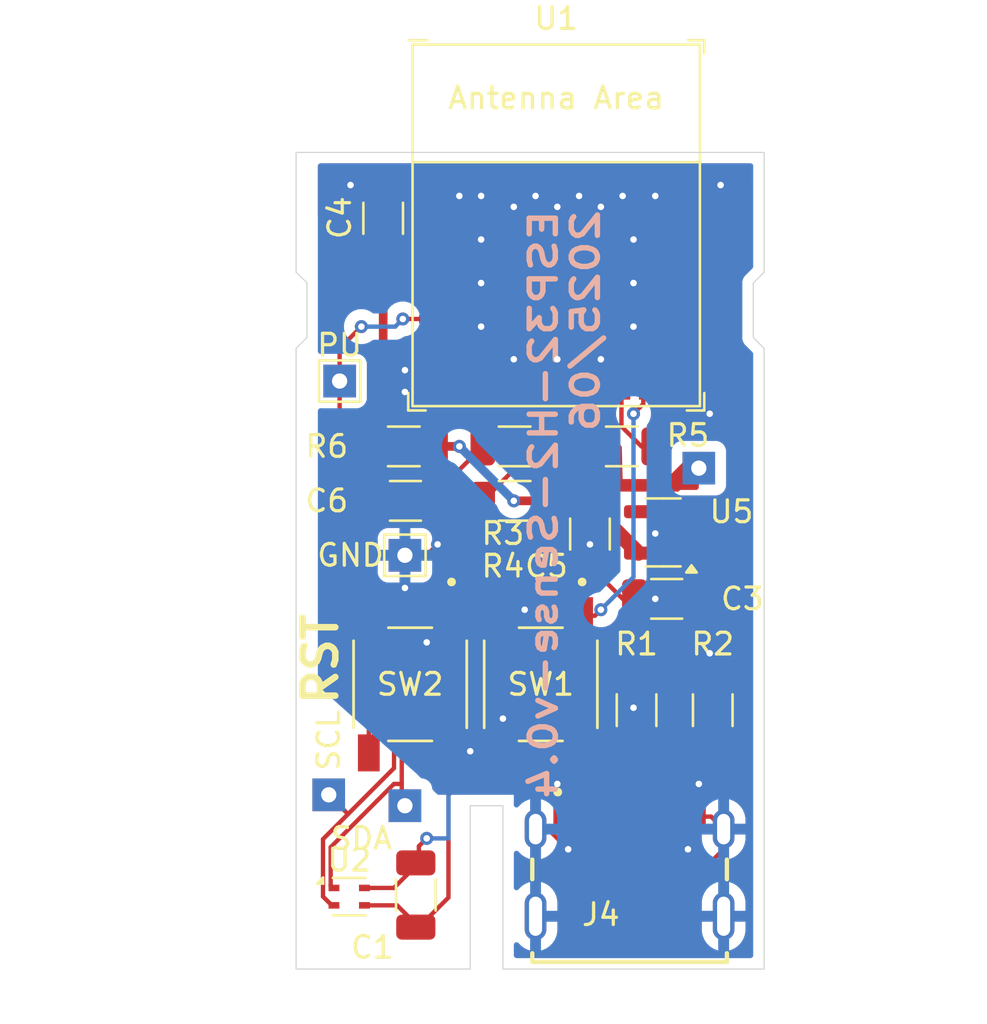
<source format=kicad_pcb>
(kicad_pcb (version 20241229) (generator "pcbnew") (generator_version "9.0")
  (layers (0 "F.Cu" signal) (2 "B.Cu" signal) (13 "F.Paste" user) (15 "B.Paste" user) (5 "F.SilkS" user "F.Silkscreen") (7 "B.SilkS" user "B.Silkscreen") (1 "F.Mask" user) (3 "B.Mask" user) (25 "Edge.Cuts" user))
  (net 0 "")
  (net 1 "GND")
  (net 2 "+3.3V")
  (net 3 "+5V")
  (net 4 "/USB_D+")
  (net 5 "/USB_D-")
  (net 8 "/SCL")
  (net 9 "/SDA")
  (net 30 "/CHIP_PU")
  (net 31 "/BOOT_MODE_PD")
  (net 32 "/BOOT_MODE_SEL")
  (net 37 "/USBC2.0/USBC_CC2")
  (net 38 "/USBC2.0/USBC_CC1")
  (footprint "Library:SW_TS18-5-17-SL-260-SMT-TR" (layer "F.Cu") (at 112.24 112.425 -90)
    (property "Reference" "SW1" (at 0 0 180) (layer "F.SilkS"))
    (property "Value" "SW_SPST")
    (fp_line (start -2 2.6) (end 2 2.6) (stroke (width 0.127)) (layer "F.SilkS"))
    (fp_line (start -2.6 -1) (end -2.6 1) (stroke (width 0.127)) (layer "F.SilkS"))
    (fp_line (start 2.6 -1) (end 2.6 1) (stroke (width 0.127)) (layer "F.SilkS"))
    (fp_line (start -2 -2.6) (end 2 -2.6) (stroke (width 0.127)) (layer "F.SilkS"))
    (fp_circle (center -4.7 -1.9) (end -4.6 -1.9) (stroke (width 0.2)) (fill no) (layer "F.SilkS"))
    (pad "1" smd rect (at -3.15 -1.9 270) (size 1.7 1) (layers "F.Cu" "F.Mask" "F.Paste") (net 31 "/BOOT_MODE_PD"))
    (pad "1" smd rect (at 3.15 -1.9 270) (size 1.7 1) (layers "F.Cu" "F.Mask" "F.Paste") (net 31 "/BOOT_MODE_PD"))
    (pad "2" smd rect (at -3.15 1.9 270) (size 1.7 1) (layers "F.Cu" "F.Mask" "F.Paste") (net 1 "GND"))
    (pad "2" smd rect (at 3.15 1.9 270) (size 1.7 1) (layers "F.Cu" "F.Mask" "F.Paste") (net 1 "GND"))
  )
  (footprint "TestPoint:TestPoint_THTPad_1.5x1.5mm_Drill0.7mm" (layer "F.Cu") (at 106 106.5)
    (property "Reference" "GND" (at -2.5 0 0) (layer "F.SilkS"))
    (property "Value" "TestPoint_THTPad_1.5x1.5mm_Drill0.7mm")
    (fp_line (start -0.95 -0.95) (end 0.95 -0.95) (stroke (width 0.12)) (layer "F.SilkS"))
    (fp_line (start -0.95 0.95) (end -0.95 -0.95) (stroke (width 0.12)) (layer "F.SilkS"))
    (fp_line (start 0.95 -0.95) (end 0.95 0.95) (stroke (width 0.12)) (layer "F.SilkS"))
    (fp_line (start 0.95 0.95) (end -0.95 0.95) (stroke (width 0.12)) (layer "F.SilkS"))
    (pad "1" thru_hole rect (at 0 0) (size 1.5 1.5) (drill 0.7) (layers "*.Cu" "*.Mask") (net 1 "GND"))
  )
  (footprint "PCM_Espressif:ESP32-H2-MINI-1" (layer "F.Cu") (at 112.95 91.35)
    (property "Reference" "U1" (at 0 -9.5 0) (layer "F.SilkS"))
    (property "Value" "ESP32-H2-MINI-1")
    (fp_line (start -6.8 7.7) (end -6.8 8.5) (stroke (width 0.12)) (layer "F.SilkS"))
    (fp_line (start -6.8 8.5) (end -6 8.5) (stroke (width 0.12)) (layer "F.SilkS"))
    (fp_line (start -6.6 -8.3) (end 6.6 -8.3) (stroke (width 0.12)) (layer "F.SilkS"))
    (fp_line (start -6.6 -2.9) (end 6.6 -2.9) (stroke (width 0.12)) (layer "F.SilkS"))
    (fp_line (start -6.6 8.3) (end -6.6 -8.3) (stroke (width 0.12)) (layer "F.SilkS"))
    (fp_line (start -5.925 -8.5) (end -6.775 -8.5) (stroke (width 0.12)) (layer "F.SilkS"))
    (fp_line (start 6.05 -8.5) (end 6.8 -8.5) (stroke (width 0.12)) (layer "F.SilkS"))
    (fp_line (start 6.6 -8.3) (end 6.6 8.3) (stroke (width 0.12)) (layer "F.SilkS"))
    (fp_line (start 6.6 8.3) (end -6.6 8.3) (stroke (width 0.12)) (layer "F.SilkS"))
    (fp_line (start 6.8 -8.5) (end 6.8 -7.9) (stroke (width 0.12)) (layer "F.SilkS"))
    (fp_line (start 6.8 7.7) (end 6.8 8.5) (stroke (width 0.12)) (layer "F.SilkS"))
    (fp_line (start 6.8 8.5) (end 6 8.5) (stroke (width 0.12)) (layer "F.SilkS"))
    (fp_text user "Antenna Area" (at 0 -5.85 0) (layer "F.SilkS"))
    (pad "1" smd rect (at -5.9 -1.3 90) (size 0.4 0.8) (layers "F.Cu" "F.Mask" "F.Paste") (net 1 "GND"))
    (pad "2" smd rect (at -5.9 -0.5 90) (size 0.4 0.8) (layers "F.Cu" "F.Mask" "F.Paste") (net 1 "GND"))
    (pad "3" smd rect (at -5.9 0.3 90) (size 0.4 0.8) (layers "F.Cu" "F.Mask" "F.Paste") (net 2 "+3.3V"))
    (pad "4" smd rect (at -5.9 1.1 90) (size 0.4 0.8) (layers "F.Cu" "F.Mask" "F.Paste"))
    (pad "5" smd rect (at -5.9 1.9 90) (size 0.4 0.8) (layers "F.Cu" "F.Mask" "F.Paste"))
    (pad "6" smd rect (at -5.9 2.7 90) (size 0.4 0.8) (layers "F.Cu" "F.Mask" "F.Paste"))
    (pad "7" smd rect (at -5.9 3.5 90) (size 0.4 0.8) (layers "F.Cu" "F.Mask" "F.Paste"))
    (pad "8" smd rect (at -5.9 4.3 90) (size 0.4 0.8) (layers "F.Cu" "F.Mask" "F.Paste") (net 30 "/CHIP_PU"))
    (pad "9" smd rect (at -5.9 5.1 90) (size 0.4 0.8) (layers "F.Cu" "F.Mask" "F.Paste"))
    (pad "10" smd rect (at -5.9 5.9 90) (size 0.4 0.8) (layers "F.Cu" "F.Mask" "F.Paste"))
    (pad "11" smd rect (at -5.9 6.7 90) (size 0.4 0.8) (layers "F.Cu" "F.Mask" "F.Paste") (net 1 "GND"))
    (pad "12" smd rect (at -4.8 7.6) (size 0.4 0.8) (layers "F.Cu" "F.Mask" "F.Paste"))
    (pad "13" smd rect (at -4 7.6) (size 0.4 0.8) (layers "F.Cu" "F.Mask" "F.Paste"))
    (pad "14" smd rect (at -3.2 7.6) (size 0.4 0.8) (layers "F.Cu" "F.Mask" "F.Paste") (net 1 "GND"))
    (pad "15" smd rect (at -2.4 7.6) (size 0.4 0.8) (layers "F.Cu" "F.Mask" "F.Paste"))
    (pad "16" smd rect (at -1.6 7.6) (size 0.4 0.8) (layers "F.Cu" "F.Mask" "F.Paste"))
    (pad "17" smd rect (at -0.8 7.6) (size 0.4 0.8) (layers "F.Cu" "F.Mask" "F.Paste"))
    (pad "18" smd rect (at 0 7.6) (size 0.4 0.8) (layers "F.Cu" "F.Mask" "F.Paste") (net 8 "/SCL"))
    (pad "19" smd rect (at 0.8 7.6) (size 0.4 0.8) (layers "F.Cu" "F.Mask" "F.Paste") (net 9 "/SDA"))
    (pad "20" smd rect (at 1.6 7.6) (size 0.4 0.8) (layers "F.Cu" "F.Mask" "F.Paste"))
    (pad "21" smd rect (at 2.4 7.6) (size 0.4 0.8) (layers "F.Cu" "F.Mask" "F.Paste"))
    (pad "22" smd rect (at 3.2 7.6) (size 0.4 0.8) (layers "F.Cu" "F.Mask" "F.Paste") (net 32 "/BOOT_MODE_SEL"))
    (pad "23" smd rect (at 4 7.6) (size 0.4 0.8) (layers "F.Cu" "F.Mask" "F.Paste") (net 31 "/BOOT_MODE_PD"))
    (pad "24" smd rect (at 4.8 7.6) (size 0.4 0.8) (layers "F.Cu" "F.Mask" "F.Paste"))
    (pad "25" smd rect (at 5.9 6.7 90) (size 0.4 0.8) (layers "F.Cu" "F.Mask" "F.Paste"))
    (pad "26" smd rect (at 5.9 5.9 90) (size 0.4 0.8) (layers "F.Cu" "F.Mask" "F.Paste") (net 5 "/USB_D-"))
    (pad "27" smd rect (at 5.9 5.1 90) (size 0.4 0.8) (layers "F.Cu" "F.Mask" "F.Paste") (net 4 "/USB_D+"))
    (pad "28" smd rect (at 5.9 4.3 90) (size 0.4 0.8) (layers "F.Cu" "F.Mask" "F.Paste"))
    (pad "29" smd rect (at 5.9 3.5 90) (size 0.4 0.8) (layers "F.Cu" "F.Mask" "F.Paste"))
    (pad "30" smd rect (at 5.9 2.7 90) (size 0.4 0.8) (layers "F.Cu" "F.Mask" "F.Paste"))
    (pad "31" smd rect (at 5.9 1.9 90) (size 0.4 0.8) (layers "F.Cu" "F.Mask" "F.Paste"))
    (pad "32" smd rect (at 5.9 1.1 90) (size 0.4 0.8) (layers "F.Cu" "F.Mask" "F.Paste"))
    (pad "33" smd rect (at 5.9 0.3 90) (size 0.4 0.8) (layers "F.Cu" "F.Mask" "F.Paste"))
    (pad "34" smd rect (at 5.9 -0.5 90) (size 0.4 0.8) (layers "F.Cu" "F.Mask" "F.Paste"))
    (pad "35" smd rect (at 5.9 -1.3 90) (size 0.4 0.8) (layers "F.Cu" "F.Mask" "F.Paste"))
    (pad "36" smd rect (at 4.8 -2.2) (size 0.4 0.8) (layers "F.Cu" "F.Mask" "F.Paste") (net 1 "GND"))
    (pad "37" smd rect (at 4 -2.2) (size 0.4 0.8) (layers "F.Cu" "F.Mask" "F.Paste") (net 1 "GND"))
    (pad "38" smd rect (at 3.2 -2.2) (size 0.4 0.8) (layers "F.Cu" "F.Mask" "F.Paste") (net 1 "GND"))
    (pad "39" smd rect (at 2.4 -2.2) (size 0.4 0.8) (layers "F.Cu" "F.Mask" "F.Paste") (net 1 "GND"))
    (pad "40" smd rect (at 1.6 -2.2) (size 0.4 0.8) (layers "F.Cu" "F.Mask" "F.Paste") (net 1 "GND"))
    (pad "41" smd rect (at 0.8 -2.2) (size 0.4 0.8) (layers "F.Cu" "F.Mask" "F.Paste") (net 1 "GND"))
    (pad "42" smd rect (at 0 -2.2) (size 0.4 0.8) (layers "F.Cu" "F.Mask" "F.Paste") (net 1 "GND"))
    (pad "43" smd rect (at -0.8 -2.2) (size 0.4 0.8) (layers "F.Cu" "F.Mask" "F.Paste") (net 1 "GND"))
    (pad "44" smd rect (at -1.6 -2.2) (size 0.4 0.8) (layers "F.Cu" "F.Mask" "F.Paste") (net 1 "GND"))
    (pad "45" smd rect (at -2.4 -2.2) (size 0.4 0.8) (layers "F.Cu" "F.Mask" "F.Paste") (net 1 "GND"))
    (pad "46" smd rect (at -3.2 -2.2) (size 0.4 0.8) (layers "F.Cu" "F.Mask" "F.Paste") (net 1 "GND"))
    (pad "47" smd rect (at -4 -2.2) (size 0.4 0.8) (layers "F.Cu" "F.Mask" "F.Paste") (net 1 "GND"))
    (pad "48" smd rect (at -4.8 -2.2) (size 0.4 0.8) (layers "F.Cu" "F.Mask" "F.Paste") (net 1 "GND"))
    (pad "49" smd custom (at -1.975 0.725) (size 0.8 0.8) (layers "F.Cu" "F.Mask" "F.Paste") (net 1 "GND") (options (clearance outline) (anchor rect)) (primitives (gr_poly (pts (xy 0.725 0.725) (xy -0.725 0.725) (xy -0.725 -0.125) (xy -0.125 -0.725) (xy 0.725 -0.725)) (width 0) (fill yes))))
    (pad "49" smd rect (at -1.975 2.7 90) (size 1.45 1.45) (layers "F.Cu" "F.Mask" "F.Paste") (net 1 "GND"))
    (pad "49" smd rect (at -1.975 4.675 90) (size 1.45 1.45) (layers "F.Cu" "F.Mask" "F.Paste") (net 1 "GND"))
    (pad "49" smd rect (at 0 0.725 90) (size 1.45 1.45) (layers "F.Cu" "F.Mask" "F.Paste") (net 1 "GND"))
    (pad "49" smd rect (at 0 2.7 90) (size 1.45 1.45) (layers "F.Cu" "F.Mask" "F.Paste") (net 1 "GND"))
    (pad "49" smd rect (at 0 4.675 90) (size 1.45 1.45) (layers "F.Cu" "F.Mask" "F.Paste") (net 1 "GND"))
    (pad "49" smd rect (at 1.975 0.725 90) (size 1.45 1.45) (layers "F.Cu" "F.Mask" "F.Paste") (net 1 "GND"))
    (pad "49" smd rect (at 1.975 2.7 90) (size 1.45 1.45) (layers "F.Cu" "F.Mask" "F.Paste") (net 1 "GND"))
    (pad "49" smd rect (at 1.975 4.675 90) (size 1.45 1.45) (layers "F.Cu" "F.Mask" "F.Paste") (net 1 "GND"))
    (pad "50" smd rect (at 5.95 -2.25 90) (size 0.7 0.7) (layers "F.Cu" "F.Mask" "F.Paste") (net 1 "GND"))
    (pad "51" smd rect (at 5.95 7.65 90) (size 0.7 0.7) (layers "F.Cu" "F.Mask" "F.Paste") (net 1 "GND"))
    (pad "52" smd rect (at -5.95 7.65 90) (size 0.7 0.7) (layers "F.Cu" "F.Mask" "F.Paste") (net 1 "GND"))
    (pad "53" smd rect (at -5.95 -2.25 90) (size 0.7 0.7) (layers "F.Cu" "F.Mask" "F.Paste") (net 1 "GND"))
    (zone (net 0) (net_name "") (layers "F.Cu" "B.Cu") (name "antenna keepout") (connect_pads (clearance 0)) (min_thickness 0.254)
      (keepout (tracks not_allowed) (vias not_allowed) (pads not_allowed) (copperpour not_allowed) (footprints not_allowed))
      (fill (thermal_gap 0.508) (thermal_bridge_width 0.508))
      (polygon (pts (xy 119.55 88.45) (xy 106.35 88.45) (xy 106.35 83.05) (xy 119.55 83.05)))
    )
  )
  (footprint "Resistor_SMD:R_1206_3216Metric" (layer "F.Cu") (at 111.0375 104)
    (property "Reference" "R4" (at -0.5375 3 0) (layer "F.SilkS"))
    (property "Value" "R")
    (fp_line (start -0.727064 -0.91) (end 0.727064 -0.91) (stroke (width 0.12)) (layer "F.SilkS"))
    (fp_line (start -0.727064 0.91) (end 0.727064 0.91) (stroke (width 0.12)) (layer "F.SilkS"))
    (pad "1" smd roundrect (at -1.4625 0) (size 1.125 1.75) (layers "F.Cu" "F.Mask" "F.Paste") (roundrect_rratio 0.222222) (net 9 "/SDA"))
    (pad "2" smd roundrect (at 1.4625 0) (size 1.125 1.75) (layers "F.Cu" "F.Mask" "F.Paste") (roundrect_rratio 0.222222) (net 2 "+3.3V"))
  )
  (footprint "Sensor_Humidity:Sensirion_DFN-4_1.5x1.5mm_P0.8mm_SHT4x_NoCentralPad" (layer "F.Cu") (at 103.44 122.175)
    (property "Reference" "U2" (at 0 -1.675 0) (layer "F.SilkS"))
    (property "Value" "SHT4x")
    (fp_line (start -0.75 -0.86) (end 0.75 -0.86) (stroke (width 0.12)) (layer "F.SilkS"))
    (fp_line (start -0.75 0.86) (end 0.75 0.86) (stroke (width 0.12)) (layer "F.SilkS"))
    (fp_poly (pts (xy -1.2 -0.6) (xy -1.48 -0.6) (xy -1.2 -0.88) (xy -1.2 -0.6)) (stroke (width 0.12)) (fill yes) (layer "F.SilkS"))
    (pad "1" smd rect (at -0.7 -0.4) (size 0.5 0.3) (layers "F.Cu" "F.Mask" "F.Paste") (net 9 "/SDA"))
    (pad "2" smd rect (at -0.7 0.4) (size 0.5 0.3) (layers "F.Cu" "F.Mask" "F.Paste") (net 8 "/SCL"))
    (pad "3" smd rect (at 0.7 0.4) (size 0.5 0.3) (layers "F.Cu" "F.Mask" "F.Paste") (net 2 "+3.3V"))
    (pad "4" smd rect (at 0.7 -0.4) (size 0.5 0.3) (layers "F.Cu" "F.Mask" "F.Paste") (net 1 "GND"))
    (zone (net 0) (net_name "") (layer "F.Cu") (connect_pads (clearance 0)) (min_thickness 0.254)
      (keepout (tracks not_allowed) (vias not_allowed) (pads allowed) (copperpour not_allowed) (footprints allowed))
      (fill (thermal_gap 0.508) (thermal_bridge_width 0.508))
      (polygon (pts (xy 104.19 121.625) (xy 103.89 121.625) (xy 103.89 121.925) (xy 104.19 121.925) (xy 104.19 122.425) (xy 103.89 122.425) (xy 103.89 122.725) (xy 104.19 122.725) (xy 104.19 122.925) (xy 102.69 122.925) (xy 102.69 122.725) (xy 102.99 122.725) (xy 102.99 122.425) (xy 102.69 122.425) (xy 102.69 121.925) (xy 102.99 121.925) (xy 102.99 121.625) (xy 102.69 121.625) (xy 102.69 121.425) (xy 104.19 121.425)))
    )
  )
  (footprint "Resistor_SMD:R_1206_3216Metric" (layer "F.Cu") (at 111.0375 101.5)
    (property "Reference" "R3" (at -0.5375 4 0) (layer "F.SilkS"))
    (property "Value" "R")
    (fp_line (start -0.727064 -0.91) (end 0.727064 -0.91) (stroke (width 0.12)) (layer "F.SilkS"))
    (fp_line (start -0.727064 0.91) (end 0.727064 0.91) (stroke (width 0.12)) (layer "F.SilkS"))
    (pad "1" smd roundrect (at -1.4625 0) (size 1.125 1.75) (layers "F.Cu" "F.Mask" "F.Paste") (roundrect_rratio 0.222222) (net 8 "/SCL"))
    (pad "2" smd roundrect (at 1.4625 0) (size 1.125 1.75) (layers "F.Cu" "F.Mask" "F.Paste") (roundrect_rratio 0.222222) (net 2 "+3.3V"))
  )
  (footprint "Connector:GCT_USB4215-03-A_REVA" (layer "F.Cu") (at 116.32 123.075)
    (property "Reference" "J4" (at -1.32 -0.075 0) (layer "F.SilkS"))
    (property "Value" "USB4215-03-A_REVA")
    (fp_line (start -4.47 -2.6) (end -4.47 -1.7) (stroke (width 0.2)) (layer "F.SilkS"))
    (fp_line (start -4.47 1.7) (end -4.47 2.1) (stroke (width 0.2)) (layer "F.SilkS"))
    (fp_line (start -4.47 2.1) (end 4.47 2.1) (stroke (width 0.2)) (layer "F.SilkS"))
    (fp_line (start 4.47 -2.6) (end 4.47 -1.7) (stroke (width 0.2)) (layer "F.SilkS"))
    (fp_line (start 4.47 2.1) (end 4.47 1.7) (stroke (width 0.2)) (layer "F.SilkS"))
    (fp_circle (center -3.3 -5.7) (end -3.2 -5.7) (stroke (width 0.2)) (fill no) (layer "F.SilkS"))
    (pad "A1_B12" smd rect (at -3.2 -4.575) (size 0.6 1.15) (layers "F.Cu" "F.Mask" "F.Paste") (net 1 "GND"))
    (pad "A4_B9" smd rect (at -2.4 -4.575) (size 0.6 1.15) (layers "F.Cu" "F.Mask" "F.Paste") (net 3 "+5V"))
    (pad "A5" smd rect (at -1.25 -4.575) (size 0.3 1.15) (layers "F.Cu" "F.Mask" "F.Paste") (net 38 "/USBC2.0/USBC_CC1"))
    (pad "A6" smd rect (at -0.25 -4.575) (size 0.3 1.15) (layers "F.Cu" "F.Mask" "F.Paste") (net 4 "/USB_D+"))
    (pad "A7" smd rect (at 0.25 -4.575) (size 0.3 1.15) (layers "F.Cu" "F.Mask" "F.Paste") (net 5 "/USB_D-"))
    (pad "A8" smd rect (at 1.25 -4.575) (size 0.3 1.15) (layers "F.Cu" "F.Mask" "F.Paste"))
    (pad "B1_A12" smd rect (at 3.2 -4.575) (size 0.6 1.15) (layers "F.Cu" "F.Mask" "F.Paste") (net 1 "GND"))
    (pad "B4_A9" smd rect (at 2.4 -4.575) (size 0.6 1.15) (layers "F.Cu" "F.Mask" "F.Paste") (net 3 "+5V"))
    (pad "B5" smd rect (at 1.75 -4.575) (size 0.3 1.15) (layers "F.Cu" "F.Mask" "F.Paste") (net 37 "/USBC2.0/USBC_CC2"))
    (pad "B6" smd rect (at 0.75 -4.575) (size 0.3 1.15) (layers "F.Cu" "F.Mask" "F.Paste") (net 4 "/USB_D+"))
    (pad "B7" smd rect (at -0.75 -4.575) (size 0.3 1.15) (layers "F.Cu" "F.Mask" "F.Paste") (net 5 "/USB_D-"))
    (pad "B8" smd rect (at -1.75 -4.575) (size 0.3 1.15) (layers "F.Cu" "F.Mask" "F.Paste"))
    (pad "SH1" thru_hole oval (at -4.32 -4) (size 1 1.8) (drill oval 0.6 1.4) (layers "*.Cu" "*.Mask") (net 1 "GND"))
    (pad "SH2" thru_hole oval (at 4.32 -4) (size 1 1.8) (drill oval 0.6 1.4) (layers "*.Cu" "*.Mask") (net 1 "GND"))
    (pad "SH3" thru_hole oval (at -4.32 0) (size 1 2.2) (drill oval 0.6 1.8) (layers "*.Cu" "*.Mask") (net 1 "GND"))
    (pad "SH4" thru_hole oval (at 4.32 0) (size 1 2.2) (drill oval 0.6 1.8) (layers "*.Cu" "*.Mask") (net 1 "GND"))
  )
  (footprint "Capacitor_SMD:C_1206_3216Metric" (layer "F.Cu") (at 105 91.025 -90)
    (property "Reference" "C4" (at -0.025 2 270) (layer "F.SilkS"))
    (property "Value" "10uF")
    (fp_line (start -0.711252 0.91) (end 0.711252 0.91) (stroke (width 0.12)) (layer "F.SilkS"))
    (fp_line (start -0.711252 -0.91) (end 0.711252 -0.91) (stroke (width 0.12)) (layer "F.SilkS"))
    (pad "1" smd roundrect (at -1.475 0 270) (size 1.15 1.8) (layers "F.Cu" "F.Mask" "F.Paste") (roundrect_rratio 0.217391) (net 1 "GND"))
    (pad "2" smd roundrect (at 1.475 0 270) (size 1.15 1.8) (layers "F.Cu" "F.Mask" "F.Paste") (roundrect_rratio 0.217391) (net 2 "+3.3V"))
  )
  (footprint "Resistor_SMD:R_1206_3216Metric" (layer "F.Cu") (at 105.9475 101.5 180)
    (property "Reference" "R6" (at 3.5375 0 0) (layer "F.SilkS"))
    (property "Value" "10k")
    (fp_line (start -0.727064 0.91) (end 0.727064 0.91) (stroke (width 0.12)) (layer "F.SilkS"))
    (fp_line (start -0.727064 -0.91) (end 0.727064 -0.91) (stroke (width 0.12)) (layer "F.SilkS"))
    (pad "1" smd roundrect (at -1.4625 0 180) (size 1.125 1.75) (layers "F.Cu" "F.Mask" "F.Paste") (roundrect_rratio 0.222222) (net 2 "+3.3V"))
    (pad "2" smd roundrect (at 1.4625 0 180) (size 1.125 1.75) (layers "F.Cu" "F.Mask" "F.Paste") (roundrect_rratio 0.222222) (net 30 "/CHIP_PU"))
  )
  (footprint "Resistor_SMD:R_1206_3216Metric" (layer "F.Cu") (at 120.14 113.6125 -90)
    (property "Reference" "R2" (at -3.0375 0 180) (layer "F.SilkS"))
    (property "Value" "5.1k")
    (fp_line (start -0.727064 0.91) (end 0.727064 0.91) (stroke (width 0.12)) (layer "F.SilkS"))
    (fp_line (start -0.727064 -0.91) (end 0.727064 -0.91) (stroke (width 0.12)) (layer "F.SilkS"))
    (pad "1" smd roundrect (at -1.4625 0 270) (size 1.125 1.75) (layers "F.Cu" "F.Mask" "F.Paste") (roundrect_rratio 0.222222) (net 1 "GND"))
    (pad "2" smd roundrect (at 1.4625 0 270) (size 1.125 1.75) (layers "F.Cu" "F.Mask" "F.Paste") (roundrect_rratio 0.222222) (net 37 "/USBC2.0/USBC_CC2"))
  )
  (footprint "Capacitor_SMD:C_1206_3216Metric" (layer "F.Cu") (at 106.5 122.1 90)
    (property "Reference" "C1" (at -2.4 -2 180) (layer "F.SilkS"))
    (property "Value" "100nF")
    (fp_line (start -0.711252 -0.91) (end 0.711252 -0.91) (stroke (width 0.12)) (layer "F.SilkS"))
    (fp_line (start -0.711252 0.91) (end 0.711252 0.91) (stroke (width 0.12)) (layer "F.SilkS"))
    (pad "1" smd roundrect (at -1.475 0 90) (size 1.15 1.8) (layers "F.Cu" "F.Mask" "F.Paste") (roundrect_rratio 0.217391) (net 2 "+3.3V"))
    (pad "2" smd roundrect (at 1.475 0 90) (size 1.15 1.8) (layers "F.Cu" "F.Mask" "F.Paste") (roundrect_rratio 0.217391) (net 1 "GND"))
  )
  (footprint "Package_TO_SOT_SMD:SOT-23-5" (layer "F.Cu") (at 117.8625 105.45 180)
    (property "Reference" "U5" (at -3.1375 0.95 0) (layer "F.SilkS"))
    (property "Value" "TLV74333PDBVR")
    (fp_line (start 0 1.56) (end 0.8 1.56) (stroke (width 0.12)) (layer "F.SilkS"))
    (fp_line (start 0 1.56) (end -0.8 1.56) (stroke (width 0.12)) (layer "F.SilkS"))
    (fp_line (start 0 -1.56) (end 0.8 -1.56) (stroke (width 0.12)) (layer "F.SilkS"))
    (fp_line (start 0 -1.56) (end -0.8 -1.56) (stroke (width 0.12)) (layer "F.SilkS"))
    (fp_poly (pts (xy -1.3 -1.51) (xy -1.54 -1.84) (xy -1.06 -1.84) (xy -1.3 -1.51)) (stroke (width 0.12)) (fill yes) (layer "F.SilkS"))
    (pad "1" smd roundrect (at -1.1375 -0.95 180) (size 1.325 0.6) (layers "F.Cu" "F.Mask" "F.Paste") (net 3 "+5V"))
    (pad "2" smd roundrect (at -1.1375 0 180) (size 1.325 0.6) (layers "F.Cu" "F.Mask" "F.Paste") (net 1 "GND"))
    (pad "3" smd roundrect (at -1.1375 0.95 180) (size 1.325 0.6) (layers "F.Cu" "F.Mask" "F.Paste") (net 3 "+5V"))
    (pad "4" smd roundrect (at 1.1375 0.95 180) (size 1.325 0.6) (layers "F.Cu" "F.Mask" "F.Paste"))
    (pad "5" smd roundrect (at 1.1375 -0.95 180) (size 1.325 0.6) (layers "F.Cu" "F.Mask" "F.Paste") (net 2 "+3.3V"))
  )
  (footprint "Library:SW_TS18-5-17-SL-260-SMT-TR" (layer "F.Cu") (at 106.24 112.425 -90)
    (property "Reference" "SW2" (at 0 0 180) (layer "F.SilkS"))
    (property "Value" "SW_SPST")
    (fp_line (start -2 2.6) (end 2 2.6) (stroke (width 0.127)) (layer "F.SilkS"))
    (fp_line (start -2.6 -1) (end -2.6 1) (stroke (width 0.127)) (layer "F.SilkS"))
    (fp_line (start 2.6 -1) (end 2.6 1) (stroke (width 0.127)) (layer "F.SilkS"))
    (fp_line (start -2 -2.6) (end 2 -2.6) (stroke (width 0.127)) (layer "F.SilkS"))
    (fp_circle (center -4.7 -1.9) (end -4.6 -1.9) (stroke (width 0.2)) (fill no) (layer "F.SilkS"))
    (pad "1" smd rect (at -3.15 -1.9 270) (size 1.7 1) (layers "F.Cu" "F.Mask" "F.Paste") (net 1 "GND"))
    (pad "1" smd rect (at 3.15 -1.9 270) (size 1.7 1) (layers "F.Cu" "F.Mask" "F.Paste") (net 1 "GND"))
    (pad "2" smd rect (at -3.15 1.9 270) (size 1.7 1) (layers "F.Cu" "F.Mask" "F.Paste") (net 30 "/CHIP_PU"))
    (pad "2" smd rect (at 3.15 1.9 270) (size 1.7 1) (layers "F.Cu" "F.Mask" "F.Paste") (net 30 "/CHIP_PU"))
  )
  (footprint "Capacitor_SMD:C_1206_3216Metric" (layer "F.Cu") (at 118.025 108.5 180)
    (property "Reference" "C3" (at -3.475 0 0) (layer "F.SilkS"))
    (property "Value" "2.2uF")
    (fp_line (start -0.711252 0.91) (end 0.711252 0.91) (stroke (width 0.12)) (layer "F.SilkS"))
    (fp_line (start -0.711252 -0.91) (end 0.711252 -0.91) (stroke (width 0.12)) (layer "F.SilkS"))
    (pad "1" smd roundrect (at -1.475 0 180) (size 1.15 1.8) (layers "F.Cu" "F.Mask" "F.Paste") (roundrect_rratio 0.217391) (net 3 "+5V"))
    (pad "2" smd roundrect (at 1.475 0 180) (size 1.15 1.8) (layers "F.Cu" "F.Mask" "F.Paste") (roundrect_rratio 0.217391) (net 1 "GND"))
  )
  (footprint "Capacitor_SMD:C_1206_3216Metric" (layer "F.Cu") (at 114.5 105.525 -90)
    (property "Reference" "C5" (at 1.475 2 180) (layer "F.SilkS"))
    (property "Value" "2.2uF")
    (fp_line (start -0.711252 0.91) (end 0.711252 0.91) (stroke (width 0.12)) (layer "F.SilkS"))
    (fp_line (start -0.711252 -0.91) (end 0.711252 -0.91) (stroke (width 0.12)) (layer "F.SilkS"))
    (pad "1" smd roundrect (at -1.475 0 270) (size 1.15 1.8) (layers "F.Cu" "F.Mask" "F.Paste") (roundrect_rratio 0.217391) (net 2 "+3.3V"))
    (pad "2" smd roundrect (at 1.475 0 270) (size 1.15 1.8) (layers "F.Cu" "F.Mask" "F.Paste") (roundrect_rratio 0.217391) (net 1 "GND"))
  )
  (footprint "" (layer "F.Cu") (at 106 118)
    (property "Reference" "SDA" (at -2 1.5 0) (layer "F.SilkS"))
    (property "Value" "")
    (pad "1" thru_hole rect (at 0 0) (size 1.5 1.5) (drill 0.7) (layers "*.Cu" "*.Mask") (net 9 "/SDA"))
  )
  (footprint "Resistor_SMD:R_1206_3216Metric" (layer "F.Cu") (at 116.64 113.6125 90)
    (property "Reference" "R1" (at 3.0375 0 180) (layer "F.SilkS"))
    (property "Value" "5.1k")
    (fp_line (start -0.727064 -0.91) (end 0.727064 -0.91) (stroke (width 0.12)) (layer "F.SilkS"))
    (fp_line (start -0.727064 0.91) (end 0.727064 0.91) (stroke (width 0.12)) (layer "F.SilkS"))
    (pad "1" smd roundrect (at -1.4625 0 90) (size 1.125 1.75) (layers "F.Cu" "F.Mask" "F.Paste") (roundrect_rratio 0.222222) (net 38 "/USBC2.0/USBC_CC1"))
    (pad "2" smd roundrect (at 1.4625 0 90) (size 1.125 1.75) (layers "F.Cu" "F.Mask" "F.Paste") (roundrect_rratio 0.222222) (net 1 "GND"))
  )
  (footprint "Resistor_SMD:R_1206_3216Metric" (layer "F.Cu") (at 115.9625 101.5 180)
    (property "Reference" "R5" (at -3.0375 0.5 0) (layer "F.SilkS"))
    (property "Value" "10k")
    (fp_line (start -0.727064 0.91) (end 0.727064 0.91) (stroke (width 0.12)) (layer "F.SilkS"))
    (fp_line (start -0.727064 -0.91) (end 0.727064 -0.91) (stroke (width 0.12)) (layer "F.SilkS"))
    (pad "1" smd roundrect (at -1.4625 0 180) (size 1.125 1.75) (layers "F.Cu" "F.Mask" "F.Paste") (roundrect_rratio 0.222222) (net 32 "/BOOT_MODE_SEL"))
    (pad "2" smd roundrect (at 1.4625 0 180) (size 1.125 1.75) (layers "F.Cu" "F.Mask" "F.Paste") (roundrect_rratio 0.222222) (net 2 "+3.3V"))
  )
  (footprint "TestPoint:TestPoint_THTPad_1.5x1.5mm_Drill0.7mm" (layer "F.Cu") (at 103 98.5)
    (property "Reference" "PU" (at 0 -1.648 0) (layer "F.SilkS"))
    (property "Value" "TestPoint_THTPad_1.5x1.5mm_Drill0.7mm")
    (fp_line (start -0.95 -0.95) (end 0.95 -0.95) (stroke (width 0.12)) (layer "F.SilkS"))
    (fp_line (start -0.95 0.95) (end -0.95 -0.95) (stroke (width 0.12)) (layer "F.SilkS"))
    (fp_line (start 0.95 -0.95) (end 0.95 0.95) (stroke (width 0.12)) (layer "F.SilkS"))
    (fp_line (start 0.95 0.95) (end -0.95 0.95) (stroke (width 0.12)) (layer "F.SilkS"))
    (pad "1" thru_hole rect (at 0 0) (size 1.5 1.5) (drill 0.7) (layers "*.Cu" "*.Mask") (net 30 "/CHIP_PU"))
  )
  (footprint "Capacitor_SMD:C_1206_3216Metric" (layer "F.Cu") (at 106.025 104)
    (property "Reference" "C6" (at -3.615 0 180) (layer "F.SilkS"))
    (property "Value" "1uF")
    (fp_line (start -0.711252 -0.91) (end 0.711252 -0.91) (stroke (width 0.12)) (layer "F.SilkS"))
    (fp_line (start -0.711252 0.91) (end 0.711252 0.91) (stroke (width 0.12)) (layer "F.SilkS"))
    (pad "1" smd roundrect (at -1.475 0) (size 1.15 1.8) (layers "F.Cu" "F.Mask" "F.Paste") (roundrect_rratio 0.217391) (net 30 "/CHIP_PU"))
    (pad "2" smd roundrect (at 1.475 0) (size 1.15 1.8) (layers "F.Cu" "F.Mask" "F.Paste") (roundrect_rratio 0.217391) (net 1 "GND"))
  )
  (footprint "" (layer "F.Cu") (at 102.5 117.5)
    (property "Reference" "SCL" (at 0 -2.5 270) (layer "F.SilkS"))
    (property "Value" "")
    (pad "1" thru_hole rect (at 0 0) (size 1.5 1.5) (drill 0.7) (layers "*.Cu" "*.Mask") (net 8 "/SCL"))
  )
  (footprint "" (layer "F.Cu") (at 119.5 102.5)
    (property "Reference" "" (at 0 0 0) (layer "F.SilkS") (effects (font (size 1.27 1.27))))
    (property "Value" "")
    (pad "1" thru_hole rect (at 0 0) (size 1.5 1.5) (drill 0.7) (layers "*.Cu" "*.Mask") (net 2 "+3.3V"))
  )
  (gr_line (start 101.5 93.986486) (end 101 93.5) (stroke (width 0.05)) (layer "Edge.Cuts"))
  (gr_line (start 122 94) (end 122.5 93.5) (stroke (width 0.05)) (layer "Edge.Cuts"))
  (gr_line (start 122.5 93.5) (end 122.5 88) (stroke (width 0.05)) (layer "Edge.Cuts"))
  (gr_line (start 109 125.5) (end 109 118) (stroke (width 0.05)) (layer "Edge.Cuts"))
  (gr_line (start 101 125.5) (end 101 97) (stroke (width 0.05)) (layer "Edge.Cuts"))
  (gr_line (start 109 118) (end 110.5 118) (stroke (width 0.05)) (layer "Edge.Cuts"))
  (gr_line (start 122 96.5) (end 122 94) (stroke (width 0.05)) (layer "Edge.Cuts"))
  (gr_line (start 110.5 118) (end 110.5 125.5) (stroke (width 0.05)) (layer "Edge.Cuts"))
  (gr_line (start 101 125.5) (end 109 125.5) (stroke (width 0.05)) (layer "Edge.Cuts"))
  (gr_line (start 101.5 96.5) (end 101.5 93.986486) (stroke (width 0.05)) (layer "Edge.Cuts"))
  (gr_line (start 110.5 125.5) (end 122.5 125.5) (stroke (width 0.05)) (layer "Edge.Cuts"))
  (gr_line (start 101 88) (end 122.5 88) (stroke (width 0.05)) (layer "Edge.Cuts"))
  (gr_line (start 122.5 97) (end 122 96.5) (stroke (width 0.05)) (layer "Edge.Cuts"))
  (gr_line (start 101 93.5) (end 101 88) (stroke (width 0.05)) (layer "Edge.Cuts"))
  (gr_line (start 122.5 125.5) (end 122.5 97) (stroke (width 0.05)) (layer "Edge.Cuts"))
  (gr_line (start 101 97) (end 101.5 96.5) (stroke (width 0.05)) (layer "Edge.Cuts"))
  (gr_text "RST" (at 103 113.5 90) (layer "F.SilkS") (effects (font (size 1.5 1.5) (thickness 0.3) (bold yes)) (justify left bottom)))
  (gr_text "ESP32-H2-Sense-v0.4\n2025/06" (at 115 90.5 90) (layer "B.SilkS") (effects (font (size 1.2 1.5) (thickness 0.25) (bold yes)) (justify left bottom mirror)))
  (segment (start 112 119.075) (end 112.575 119.075) (width 0.2) (layer "F.Cu") (net 1))
  (segment (start 106.64 119.86) (end 107 119.5) (width 0.2) (layer "F.Cu") (net 1))
  (segment (start 107.95 98.05) (end 107 99) (width 0.2) (layer "F.Cu") (net 1))
  (segment (start 113.12 118.5) (end 113.12 119.62) (width 0.2) (layer "F.Cu") (net 1))
  (segment (start 116.64 113.36) (end 116.5 113.5) (width 0.2) (layer "F.Cu") (net 1))
  (segment (start 119.52 119.48) (end 119 120) (width 0.2) (layer "F.Cu") (net 1))
  (segment (start 109.75 98.95) (end 109.75 97.75) (width 0.2) (layer "F.Cu") (net 1))
  (segment (start 106 106.5) (end 106 108) (width 0.2) (layer "F.Cu") (net 1))
  (segment (start 106 106.5) (end 107 106.5) (width 0.2) (layer "F.Cu") (net 1))
  (segment (start 117.9841 105.803401) (end 117.9841 107.0659) (width 0.4) (layer "F.Cu") (net 1))
  (segment (start 107.05 98.05) (end 106.05 98.05) (width 0.2) (layer "F.Cu") (net 1))
  (segment (start 110.34 115.575) (end 109.075 115.575) (width 0.2) (layer "F.Cu") (net 1))
  (segment (start 120.065 118.5) (end 120.64 119.075) (width 0.2) (layer "F.Cu") (net 1))
  (segment (start 116.64 112.15) (end 116.64 113.36) (width 0.2) (layer "F.Cu") (net 1))
  (segment (start 108.14 109.36) (end 107 110.5) (width 0.2) (layer "F.Cu") (net 1))
  (segment (start 118.9 89.1) (end 120.1 89.1) (width 0.2) (layer "F.Cu") (net 1))
  (segment (start 116.55 108.5) (end 117.5 108.5) (width 0.2) (layer "F.Cu") (net 1))
  (segment (start 107.95 98.05) (end 108.5 97.5) (width 0.2) (layer "F.Cu") (net 1))
  (segment (start 120.14 112.15) (end 116.64 112.15) (width 0.2) (layer "F.Cu") (net 1))
  (segment (start 120.14 111.14) (end 120 111) (width 0.2) (layer "F.Cu") (net 1))
  (segment (start 117.8 89.1) (end 117.75 89.15) (width 0.2) (layer "F.Cu") (net 1))
  (segment (start 120.14 120.5) (end 120.64 120) (width 0.2) (layer "F.Cu") (net 1))
  (segment (start 117.9841 107.0659) (end 116.55 108.5) (width 0.4) (layer "F.Cu") (net 1))
  (segment (start 113.12 118.5) (end 113.12 117.12) (width 0.2) (layer "F.Cu") (net 1))
  (segment (start 117.5 105.5) (end 118.95 105.5) (width 0.4) (layer "F.Cu") (net 1))
  (segment (start 107.05 98.05) (end 107.95 98.05) (width 0.2) (layer "F.Cu") (net 1))
  (segment (start 118.95 105.5) (end 119 105.45) (width 0.2) (layer "F.Cu") (net 1))
  (segment (start 107 99) (end 106 99) (width 0.2) (layer "F.Cu") (net 1))
  (segment (start 106.05 98.05) (end 106 98) (width 0.2) (layer "F.Cu") (net 1))
  (segment (start 109.075 115.575) (end 109 115.5) (width 0.2) (layer "F.Cu") (net 1))
  (segment (start 110.34 114.16) (end 110.5 114) (width 0.2) (layer "F.Cu") (net 1))
  (segment (start 118.9 99) (end 119 99) (width 0.2) (layer "F.Cu") (net 1))
  (segment (start 108.14 115.575) (end 108.925 115.575) (width 0.2) (layer "F.Cu") (net 1))
  (segment (start 118.9 89.1) (end 117.8 89.1) (width 0.2) (layer "F.Cu") (net 1))
  (segment (start 120.64 120) (end 120.64 119.075) (width 0.2) (layer "F.Cu") (net 1))
  (segment (start 105 89.55) (end 103.55 89.55) (width 0.2) (layer "F.Cu") (net 1))
  (segment (start 119.52 118.5) (end 119.52 117.02) (width 0.2) (layer "F.Cu") (net 1))
  (segment (start 110.34 115.575) (end 110.34 114.16) (width 0.2) (layer "F.Cu") (net 1))
  (segment (start 108.925 115.575) (end 109 115.5) (width 0.2) (layer "F.Cu") (net 1))
  (segment (start 107.5 104) (end 107.5 106) (width 0.2) (layer "F.Cu") (net 1))
  (segment (start 120.14 112.15) (end 120.14 111.14) (width 0.2) (layer "F.Cu") (net 1))
  (segment (start 119.52 118.5) (end 120.065 118.5) (width 0.2) (layer "F.Cu") (net 1))
  (segment (start 104.14 121.775) (end 105.49 121.775) (width 0.2) (layer "F.Cu") (net 1))
  (segment (start 119.5 120.5) (end 120.14 120.5) (width 0.2) (layer "F.Cu") (net 1))
  (segment (start 112.575 119.075) (end 113.5 120) (width 0.2) (layer "F.Cu") (net 1))
  (segment (start 105.49 121.775) (end 106.64 120.625) (width 0.2) (layer "F.Cu") (net 1))
  (segment (start 111.225 109.275) (end 111.5 109) (width 0.2) (layer "F.Cu") (net 1))
  (segment (start 109.75 97.75) (end 110.975 96.525) (width 0.2) (layer "F.Cu") (net 1))
  (segment (start 118.337501 105.45) (end 119 105.45) (width 0.2) (layer "F.Cu") (net 1))
  (segment (start 118.337501 105.45) (end 117.9841 105.803401) (width 0.4) (layer "F.Cu") (net 1))
  (segment (start 114.5 107) (end 114.5 106) (width 0.2) (layer "F.Cu") (net 1))
  (segment (start 106.64 120.625) (end 106.64 119.86) (width 0.2) (layer "F.Cu") (net 1))
  (segment (start 108.14 109.275) (end 108.14 109.36) (width 0.2) (layer "F.Cu") (net 1))
  (segment (start 103.55 89.55) (end 103.5 89.5) (width 0.2) (layer "F.Cu") (net 1))
  (segment (start 114.5 107) (end 116 108.5) (width 0.2) (layer "F.Cu") (net 1))
  (segment (start 119.52 117.02) (end 119.5 117) (width 0.2) (layer "F.Cu") (net 1))
  (segment (start 119 120) (end 119.5 120.5) (width 0.2) (layer "F.Cu") (net 1))
  (segment (start 113.12 117.12) (end 113 117) (width 0.2) (layer "F.Cu") (net 1))
  (segment (start 110.34 109.275) (end 111.225 109.275) (width 0.2) (layer "F.Cu") (net 1))
  (segment (start 119 99) (end 120 100) (width 0.2) (layer "F.Cu") (net 1))
  (segment (start 113.12 119.62) (end 113.5 120) (width 0.2) (layer "F.Cu") (net 1))
  (segment (start 107 106.5) (end 107.5 106) (width 0.2) (layer "F.Cu") (net 1))
  (segment (start 120.64 123.075) (end 120.64 120) (width 0.2) (layer "F.Cu") (net 1))
  (segment (start 120.1 89.1) (end 120.5 89.5) (width 0.2) (layer "F.Cu") (net 1))
  (segment (start 116 108.5) (end 116.55 108.5) (width 0.2) (layer "F.Cu") (net 1))
  (segment (start 110.975 96.525) (end 110.975 96.025) (width 0.2) (layer "F.Cu") (net 1))
  (segment (start 119.52 118.5) (end 119.52 119.48) (width 0.2) (layer "F.Cu") (net 1))
  (segment (start 108.5 97.5) (end 109 97.5) (width 0.2) (layer "F.Cu") (net 1))
  (segment (start 112 119.075) (end 112 123.075) (width 0.2) (layer "F.Cu") (net 1))
  (via (at 109.5 94) (size 0.6) (drill 0.3) (layers "F.Cu" "B.Cu") (net 1))
  (via (at 115 90.5) (size 0.6) (drill 0.3) (layers "F.Cu" "B.Cu") (net 1))
  (via (at 113 97.5) (size 0.6) (drill 0.3) (layers "F.Cu" "B.Cu") (net 1))
  (via (at 117.5 108.5) (size 0.6) (drill 0.3) (layers "F.Cu" "B.Cu") (net 1))
  (via (at 107.5 106) (size 0.6) (drill 0.3) (layers "F.Cu" "B.Cu") (net 1))
  (via (at 107 110.5) (size 0.6) (drill 0.3) (layers "F.Cu" "B.Cu") (net 1))
  (via (at 109.5 96) (size 0.6) (drill 0.3) (layers "F.Cu" "B.Cu") (net 1))
  (via (at 119 120) (size 0.6) (drill 0.3) (layers "F.Cu" "B.Cu") (net 1))
  (via (at 115 97.5) (size 0.6) (drill 0.3) (layers "F.Cu" "B.Cu") (net 1))
  (via (at 109 115.5) (size 0.6) (drill 0.3) (layers "F.Cu" "B.Cu") (net 1))
  (via (at 113 90.5) (size 0.6) (drill 0.3) (layers "F.Cu" "B.Cu") (net 1))
  (via (at 108.5 90) (size 0.6) (drill 0.3) (layers "F.Cu" "B.Cu") (net 1))
  (via (at 120 100) (size 0.6) (drill 0.3) (layers "F.Cu" "B.Cu") (net 1))
  (via (at 116.5 92) (size 0.6) (drill 0.3) (layers "F.Cu" "B.Cu") (net 1))
  (via (at 120.5 89.5) (size 0.6) (drill 0.3) (layers "F.Cu" "B.Cu") (net 1))
  (via (at 103.5 89.5) (size 0.6) (drill 0.3) (layers "F.Cu" "B.Cu") (net 1))
  (via (at 117.5 90) (size 0.6) (drill 0.3) (layers "F.Cu" "B.Cu") (net 1))
  (via (at 107 119.5) (size 0.6) (drill 0.3) (layers "F.Cu" "B.Cu") (net 1))
  (via (at 112 90) (size 0.6) (drill 0.3) (layers "F.Cu" "B.Cu") (net 1))
  (via (at 109.5 92) (size 0.6) (drill 0.3) (layers "F.Cu" "B.Cu") (net 1))
  (via (at 116.5 96) (size 0.6) (drill 0.3) (layers "F.Cu" "B.Cu") (net 1))
  (via (at 116.5 94) (size 0.6) (drill 0.3) (layers "F.Cu" "B.Cu") (net 1))
  (via (at 120 111) (size 0.6) (drill 0.3) (layers "F.Cu" "B.Cu") (net 1))
  (via (at 113 117) (size 0.6) (drill 0.3) (layers "F.Cu" "B.Cu") (net 1))
  (via (at 111 97.5) (size 0.6) (drill 0.3) (layers "F.Cu" "B.Cu") (net 1))
  (via (at 114 90) (size 0.6) (drill 0.3) (layers "F.Cu" "B.Cu") (net 1))
  (via (at 114.5 106) (size 0.6) (drill 0.3) (layers "F.Cu" "B.Cu") (net 1))
  (via (at 111 90.5) (size 0.6) (drill 0.3) (layers "F.Cu" "B.Cu") (net 1))
  (via (at 116.5 113.5) (size 0.6) (drill 0.3) (layers "F.Cu" "B.Cu") (net 1))
  (via (at 119.5 117) (size 0.6) (drill 0.3) (layers "F.Cu" "B.Cu") (net 1))
  (via (at 106 99) (size 0.6) (drill 0.3) (layers "F.Cu" "B.Cu") (net 1))
  (via (at 106 108) (size 0.6) (drill 0.3) (layers "F.Cu" "B.Cu") (net 1))
  (via (at 117.5 105.5) (size 0.6) (drill 0.3) (layers "F.Cu" "B.Cu") (net 1))
  (via (at 110.5 114) (size 0.6) (drill 0.3) (layers "F.Cu" "B.Cu") (net 1))
  (via (at 106 98) (size 0.6) (drill 0.3) (layers "F.Cu" "B.Cu") (net 1))
  (via (at 116 90) (size 0.6) (drill 0.3) (layers "F.Cu" "B.Cu") (net 1))
  (via (at 113.5 120) (size 0.6) (drill 0.3) (layers "F.Cu" "B.Cu") (net 1))
  (via (at 109.5 90) (size 0.6) (drill 0.3) (layers "F.Cu" "B.Cu") (net 1))
  (via (at 111.5 109) (size 0.6) (drill 0.3) (layers "F.Cu" "B.Cu") (net 1))
  (segment (start 107 119.5) (end 108 119.5) (width 0.2) (layer "B.Cu") (net 1))
  (segment (start 108 119.5) (end 108 117) (width 0.2) (layer "B.Cu") (net 1))
  (segment (start 112.5 104) (end 111 104) (width 0.4) (layer "F.Cu") (net 2))
  (segment (start 114.5 104.05) (end 114.5 101.5) (width 0.2) (layer "F.Cu") (net 2))
  (segment (start 119.5 102.5) (end 118.525 103.475) (width 0.2) (layer "F.Cu") (net 2))
  (segment (start 105.64 122.575) (end 106.64 123.575) (width 0.2) (layer "F.Cu") (net 2))
  (segment (start 113.05 105.5) (end 113 105.5) (width 0.2) (layer "F.Cu") (net 2))
  (segment (start 114.5 103.5) (end 114.5 104.05) (width 0.2) (layer "F.Cu") (net 2))
  (segment (start 113 115) (end 113 105.5) (width 0.2) (layer "F.Cu") (net 2))
  (segment (start 111 117) (end 113 115) (width 0.2) (layer "F.Cu") (net 2))
  (segment (start 114.5 104.05) (end 113.05 105.5) (width 0.2) (layer "F.Cu") (net 2))
  (segment (start 105 99.09) (end 105 92.5) (width 0.4) (layer "F.Cu") (net 2))
  (segment (start 106.64 123.575) (end 108 122.215) (width 0.2) (layer "F.Cu") (net 2))
  (segment (start 112.5 101.5) (end 114.5 103.5) (width 0.2) (layer "F.Cu") (net 2))
  (segment (start 112.5 104) (end 114.45 104) (width 0.4) (layer "F.Cu") (net 2))
  (segment (start 114.45 104) (end 114.5 104.05) (width 0.2) (layer "F.Cu") (net 2))
  (segment (start 108.5 117) (end 111 117) (width 0.2) (layer "F.Cu") (net 2))
  (segment (start 108.5 101.5) (end 107.41 101.5) (width 0.4) (layer "F.Cu") (net 2))
  (segment (start 108 122.215) (end 108 117.5) (width 0.2) (layer "F.Cu") (net 2))
  (segment (start 115.075 103.475) (end 114.5 104.05) (width 0.2) (layer "F.Cu") (net 2))
  (segment (start 116.725 106.4) (end 114.5 104.175) (width 0.7) (layer "F.Cu") (net 2))
  (segment (start 104.14 122.575) (end 105.64 122.575) (width 0.2) (layer "F.Cu") (net 2))
  (segment (start 107.41 101.5) (end 105 99.09) (width 0.4) (layer "F.Cu") (net 2))
  (segment (start 108 117.5) (end 108.5 117) (width 0.2) (layer "F.Cu") (net 2))
  (segment (start 118.525 103.475) (end 115.075 103.475) (width 0.2) (layer "F.Cu") (net 2))
  (segment (start 105 92.5) (end 105.85 91.65) (width 0.5) (layer "F.Cu") (net 2))
  (segment (start 105.85 91.65) (end 107.05 91.65) (width 0.5) (layer "F.Cu") (net 2))
  (segment (start 114.5 104.175) (end 114.5 104.05) (width 0.2) (layer "F.Cu") (net 2))
  (via (at 108.5 101.5) (size 0.6) (drill 0.3) (layers "F.Cu" "B.Cu") (net 2))
  (via (at 111 104) (size 0.6) (drill 0.3) (layers "F.Cu" "B.Cu") (net 2))
  (segment (start 111 104) (end 108.5 101.5) (width 0.4) (layer "B.Cu") (net 2))
  (segment (start 115.044208 111.455792) (end 115.5 111) (width 0.3) (layer "F.Cu") (net 3))
  (segment (start 113.92 118.5) (end 113.92 117.58) (width 0.3) (layer "F.Cu") (net 3))
  (segment (start 119.5 107) (end 120.5 106) (width 0.2) (layer "F.Cu") (net 3))
  (segment (start 115.044208 116.455792) (end 115.044208 111.455792) (width 0.3) (layer "F.Cu") (net 3))
  (segment (start 114.645 120) (end 113.92 119.275) (width 0.2) (layer "F.Cu") (net 3))
  (segment (start 120.5 105.337501) (end 119.662499 104.5) (width 0.2) (layer "F.Cu") (net 3))
  (segment (start 119.5 108.5) (end 119.5 107) (width 0.2) (layer "F.Cu") (net 3))
  (segment (start 119.5 106.9) (end 119 106.4) (width 0.2) (layer "F.Cu") (net 3))
  (segment (start 120.5 106) (end 120.5 105.337501) (width 0.2) (layer "F.Cu") (net 3))
  (segment (start 119.662499 104.5) (end 119 104.5) (width 0.2) (layer "F.Cu") (net 3))
  (segment (start 117 111) (end 119.5 108.5) (width 0.3) (layer "F.Cu") (net 3))
  (segment (start 117.995 120) (end 114.645 120) (width 0.2) (layer "F.Cu") (net 3))
  (segment (start 118.72 119.275) (end 117.995 120) (width 0.2) (layer "F.Cu") (net 3))
  (segment (start 119.5 107) (end 119.5 106.9) (width 0.2) (layer "F.Cu") (net 3))
  (segment (start 118.72 118.5) (end 118.72 119.275) (width 0.2) (layer "F.Cu") (net 3))
  (segment (start 115.5 111) (end 117 111) (width 0.3) (layer "F.Cu") (net 3))
  (segment (start 113.92 119.275) (end 113.92 118.5) (width 0.2) (layer "F.Cu") (net 3))
  (segment (start 113.92 117.58) (end 115.044208 116.455792) (width 0.3) (layer "F.Cu") (net 3))
  (segment (start 119.95 97.35) (end 119.05 96.45) (width 0.2) (layer "F.Cu") (net 4))
  (segment (start 119.0116 115.306598) (end 119.0116 114.547058) (width 0.2) (layer "F.Cu") (net 4))
  (segment (start 121.725 112.593198) (end 121.725 99.325) (width 0.2) (layer "F.Cu") (net 4))
  (segment (start 121.71838 112.86433) (end 121.71838 112.599818) (width 0.2) (layer "F.Cu") (net 4))
  (segment (start 117.045 117.273198) (end 119.0116 115.306598) (width 0.2) (layer "F.Cu") (net 4))
  (segment (start 121.71838 112.599818) (end 121.725 112.593198) (width 0.2) (layer "F.Cu") (net 4))
  (segment (start 121.16683 113.41588) (end 121.71838 112.86433) (width 0.2) (layer "F.Cu") (net 4))
  (segment (start 119.0116 114.547058) (end 120.142778 113.41588) (width 0.2) (layer "F.Cu") (net 4))
  (segment (start 117.0166 119.3284) (end 117.07 119.275) (width 0.2) (layer "F.Cu") (net 4))
  (segment (start 121.725 99.325) (end 119.95 97.55) (width 0.2) (layer "F.Cu") (net 4))
  (segment (start 120.142778 113.41588) (end 121.16683 113.41588) (width 0.2) (layer "F.Cu") (net 4))
  (segment (start 116.1234 119.3284) (end 117.0166 119.3284) (width 0.2) (layer "F.Cu") (net 4))
  (segment (start 117.07 119.275) (end 117.07 118.5) (width 0.2) (layer "F.Cu") (net 4))
  (segment (start 116.07 119.275) (end 116.1234 119.3284) (width 0.2) (layer "F.Cu") (net 4))
  (segment (start 117.07 118.5) (end 117.07 117.637499) (width 0.2) (layer "F.Cu") (net 4))
  (segment (start 116.07 118.5) (end 116.07 119.275) (width 0.2) (layer "F.Cu") (net 4))
  (segment (start 119.05 96.45) (end 118.85 96.45) (width 0.2) (layer "F.Cu") (net 4))
  (segment (start 117.07 117.637499) (end 117.045 117.612499) (width 0.2) (layer "F.Cu") (net 4))
  (segment (start 119.95 97.55) (end 119.95 97.35) (width 0.2) (layer "F.Cu") (net 4))
  (segment (start 117.045 117.612499) (end 117.045 117.273198) (width 0.2) (layer "F.Cu") (net 4))
  (segment (start 115.57 117.725) (end 116.208198 117.086802) (width 0.2) (layer "F.Cu") (net 5))
  (segment (start 115.57 118.5) (end 115.57 117.725) (width 0.2) (layer "F.Cu") (net 5))
  (segment (start 119.013603 97.25) (end 118.85 97.25) (width 0.2) (layer "F.Cu") (net 5))
  (segment (start 121.275 112.406802) (end 121.275 99.511397) (width 0.2) (layer "F.Cu") (net 5))
  (segment (start 116.208198 117.086802) (end 116.595 117.086802) (width 0.2) (layer "F.Cu") (net 5))
  (segment (start 119.95639 112.9659) (end 120.980442 112.9659) (width 0.2) (layer "F.Cu") (net 5))
  (segment (start 116.595 117.612499) (end 116.595 117.086802) (width 0.2) (layer "F.Cu") (net 5))
  (segment (start 121.2684 112.677942) (end 121.2684 112.413402) (width 0.2) (layer "F.Cu") (net 5))
  (segment (start 121.2684 112.413402) (end 121.275 112.406802) (width 0.2) (layer "F.Cu") (net 5))
  (segment (start 116.595 117.086802) (end 118.56162 115.120182) (width 0.2) (layer "F.Cu") (net 5))
  (segment (start 118.56162 114.36067) (end 119.95639 112.9659) (width 0.2) (layer "F.Cu") (net 5))
  (segment (start 116.57 117.637499) (end 116.595 117.612499) (width 0.2) (layer "F.Cu") (net 5))
  (segment (start 118.56162 115.120182) (end 118.56162 114.36067) (width 0.2) (layer "F.Cu") (net 5))
  (segment (start 120.980442 112.9659) (end 121.2684 112.677942) (width 0.2) (layer "F.Cu") (net 5))
  (segment (start 116.57 118.5) (end 116.57 117.637499) (width 0.2) (layer "F.Cu") (net 5))
  (segment (start 121.275 99.511397) (end 119.013603 97.25) (width 0.2) (layer "F.Cu") (net 5))
  (segment (start 111.4716 99.6034) (end 109.575 101.5) (width 0.2) (layer "F.Cu") (net 8))
  (segment (start 108.5 102.575) (end 108.5 107.0582) (width 0.2) (layer "F.Cu") (net 8))
  (segment (start 109.575 101.5) (end 108.5 102.575) (width 0.2) (layer "F.Cu") (net 8))
  (segment (start 105.5 110.0582) (end 105.5 116.2718) (width 0.2) (layer "F.Cu") (net 8))
  (segment (start 112.6034 99.2966) (end 112.6034 99.6034) (width 0.2) (layer "F.Cu") (net 8))
  (segment (start 103.3859 118.3859) (end 102.2366 119.5352) (width 0.2) (layer "F.Cu") (net 8))
  (segment (start 103.3859 118.3859) (end 102.5 117.5) (width 0.2) (layer "F.Cu") (net 8))
  (segment (start 112.95 98.95) (end 112.6034 99.2966) (width 0.2) (layer "F.Cu") (net 8))
  (segment (start 112.6034 99.6034) (end 111.4716 99.6034) (width 0.2) (layer "F.Cu") (net 8))
  (segment (start 102.2366 122.1716) (end 102.64 122.575) (width 0.2) (layer "F.Cu") (net 8))
  (segment (start 102.2366 119.5352) (end 102.2366 122.1716) (width 0.2) (layer "F.Cu") (net 8))
  (segment (start 102.64 122.575) (end 102.74 122.575) (width 0.2) (layer "F.Cu") (net 8))
  (segment (start 105.5 116.2718) (end 103.3859 118.3859) (width 0.2) (layer "F.Cu") (net 8))
  (segment (start 108.5 107.0582) (end 105.5 110.0582) (width 0.2) (layer "F.Cu") (net 8))
  (segment (start 108.8934 111.1066) (end 105.8534 114.1466) (width 0.2) (layer "F.Cu") (net 9))
  (segment (start 102.589 121.666836) (end 102.697164 121.775) (width 0.2) (layer "F.Cu") (net 9))
  (segment (start 102.697164 121.775) (end 102.74 121.775) (width 0.2) (layer "F.Cu") (net 9))
  (segment (start 111.5 102.075) (end 109.575 104) (width 0.2) (layer "F.Cu") (net 9))
  (segment (start 113.2432 99.9568) (end 112.386858 99.9568) (width 0.2) (layer "F.Cu") (net 9))
  (segment (start 105.8534 114.1466) (end 105.8534 117) (width 0.2) (layer "F.Cu") (net 9))
  (segment (start 102.74 121.775) (end 102.74 121.76) (width 0.2) (layer "F.Cu") (net 9))
  (segment (start 108.8934 108.1716) (end 109.575 107.49) (width 0.2) (layer "F.Cu") (net 9))
  (segment (start 105.8534 117) (end 105.4932 117) (width 0.2) (layer "F.Cu") (net 9))
  (segment (start 111.5 100.843658) (end 111.5 102.075) (width 0.2) (layer "F.Cu") (net 9))
  (segment (start 112.386858 99.9568) (end 111.5 100.843658) (width 0.2) (layer "F.Cu") (net 9))
  (segment (start 102.589 119.9042) (end 102.589 121.666836) (width 0.2) (layer "F.Cu") (net 9))
  (segment (start 108.8934 108.1716) (end 108.8934 111.1066) (width 0.2) (layer "F.Cu") (net 9))
  (segment (start 105.8534 117) (end 105.8534 118.3534) (width 0.2) (layer "F.Cu") (net 9))
  (segment (start 113.75 99.45) (end 113.2432 99.9568) (width 0.2) (layer "F.Cu") (net 9))
  (segment (start 113.75 98.95) (end 113.75 99.45) (width 0.2) (layer "F.Cu") (net 9))
  (segment (start 109.575 107.49) (end 109.575 104) (width 0.2) (layer "F.Cu") (net 9))
  (segment (start 105.4932 117) (end 102.589 119.9042) (width 0.2) (layer "F.Cu") (net 9))
  (segment (start 104.485 101.485) (end 103 100) (width 0.2) (layer "F.Cu") (net 30))
  (segment (start 104 96) (end 103 97) (width 0.2) (layer "F.Cu") (net 30))
  (segment (start 104.485 101.5) (end 104.485 101.485) (width 0.2) (layer "F.Cu") (net 30))
  (segment (start 104.55 102.05) (end 104.55 104) (width 0.2) (layer "F.Cu") (net 30))
  (segment (start 104.55 109.065) (end 104.34 109.275) (width 0.2) (layer "F.Cu") (net 30))
  (segment (start 104.485 101.5) (end 104.485 101.985) (width 0.2) (layer "F.Cu") (net 30))
  (segment (start 103 97) (end 103 98.5) (width 0.2) (layer "F.Cu") (net 30))
  (segment (start 103 100) (end 103 98.5) (width 0.2) (layer "F.Cu") (net 30))
  (segment (start 104.485 101.985) (end 104.55 102.05) (width 0.2) (layer "F.Cu") (net 30))
  (segment (start 104.34 109.275) (end 104.34 115.575) (width 0.2) (layer "F.Cu") (net 30))
  (segment (start 104.55 104) (end 104.55 109.065) (width 0.2) (layer "F.Cu") (net 30))
  (segment (start 105.9024 95.65) (end 107.05 95.65) (width 0.2) (layer "F.Cu") (net 30))
  (via (at 104 96) (size 0.6) (drill 0.3) (layers "F.Cu" "B.Cu") (net 30))
  (via (at 105.9024 95.65) (size 0.6) (drill 0.3) (layers "F.Cu" "B.Cu") (net 30))
  (segment (start 104 96) (end 105.5524 96) (width 0.2) (layer "B.Cu") (net 30))
  (segment (start 105.5524 96) (end 105.9024 95.65) (width 0.2) (layer "B.Cu") (net 30))
  (segment (start 114.725 109.275) (end 115 109) (width 0.2) (layer "F.Cu") (net 31))
  (segment (start 116.95 99.55) (end 116.95 98.95) (width 0.2) (layer "F.Cu") (net 31))
  (segment (start 114.14 115.575) (end 114.14 109.275) (width 0.2) (layer "F.Cu") (net 31))
  (segment (start 114.14 109.275) (end 114.725 109.275) (width 0.2) (layer "F.Cu") (net 31))
  (segment (start 116.5 100) (end 116.95 99.55) (width 0.2) (layer "F.Cu") (net 31))
  (via (at 116.5 100) (size 0.6) (drill 0.3) (layers "F.Cu" "B.Cu") (net 31))
  (via (at 115 109) (size 0.6) (drill 0.3) (layers "F.Cu" "B.Cu") (net 31))
  (segment (start 115 109) (end 116.5 107.5) (width 0.2) (layer "B.Cu") (net 31))
  (segment (start 116.5 107.5) (end 116.5 100) (width 0.2) (layer "B.Cu") (net 31))
  (segment (start 115.9466 100.5841) (end 115.9466 99.1534) (width 0.2) (layer "F.Cu") (net 32))
  (segment (start 117.425 101.5) (end 116.8625 101.5) (width 0.2) (layer "F.Cu") (net 32))
  (segment (start 116.8625 101.5) (end 115.9466 100.5841) (width 0.2) (layer "F.Cu") (net 32))
  (segment (start 115.9466 99.1534) (end 116.15 98.95) (width 0.2) (layer "F.Cu") (net 32))
  (segment (start 118.07 117.145) (end 120.14 115.075) (width 0.2) (layer "F.Cu") (net 37))
  (segment (start 118.07 118.5) (end 118.07 117.145) (width 0.2) (layer "F.Cu") (net 37))
  (segment (start 116.64 116.36) (end 116.64 115.075) (width 0.2) (layer "F.Cu") (net 38))
  (segment (start 116.5 116.5) (end 116.64 116.36) (width 0.2) (layer "F.Cu") (net 38))
  (segment (start 116.295217 116.5) (end 116.5 116.5) (width 0.2) (layer "F.Cu") (net 38))
  (segment (start 115.07 117.725217) (end 116.295217 116.5) (width 0.2) (layer "F.Cu") (net 38))
  (segment (start 115.07 118.5) (end 115.07 117.725217) (width 0.2) (layer "F.Cu") (net 38))
  (zone (net 1) (net_name "GND") (layer "F.Cu") (priority 1) (connect_pads yes (clearance 0.5)) (min_thickness 0.25) (fill yes (thermal_gap 0.5) (thermal_bridge_width 0.5))
    (polygon (pts (xy 102 88.5) (xy 118 88.45) (xy 122 88.5) (xy 122 89.5) (xy 118 89.5) (xy 118 98) (xy 108.5 98) (xy 108.5 91) (xy 102 91)))
  )
  (zone (net 2) (net_name "+3.3V") (layer "F.Cu") (priority 3) (connect_pads yes (clearance 0.5)) (min_thickness 0.25) (fill yes (thermal_gap 0.5) (thermal_bridge_width 0.5))
    (polygon (pts (xy 112 101) (xy 112 105.5) (xy 115.5 105.5) (xy 115.5 103.5) (xy 119.5 103.5) (xy 119.5 102) (xy 119 102) (xy 118 103) (xy 116 103) (xy 115.9625 101.5) (xy 115 100.5) (xy 112.5 100.5)))
  )
  (zone (net 1) (net_name "GND") (layer "B.Cu") (connect_pads (clearance 0.5)) (min_thickness 0.25) (fill yes (thermal_gap 0.5) (thermal_bridge_width 0.5))
    (polygon (pts (xy 102 88.5) (xy 122 88.5) (xy 122 125) (xy 111 125) (xy 111 117.5) (xy 107.5 117.5) (xy 106.5 116.5) (xy 102 112.5)))
  )
)
</source>
